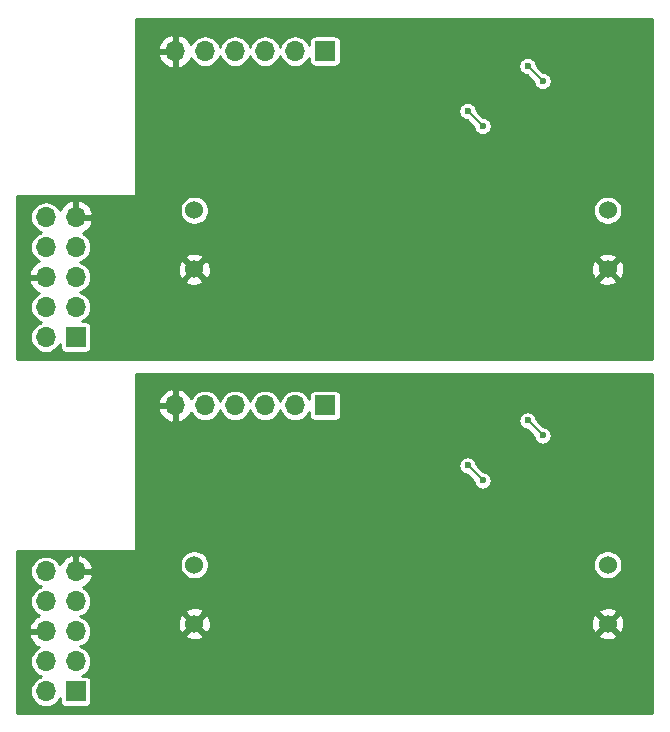
<source format=gbl>
G04 #@! TF.GenerationSoftware,KiCad,Pcbnew,(5.1.4-0)*
G04 #@! TF.CreationDate,2019-09-26T23:54:48+09:00*
G04 #@! TF.ProjectId,PiRoombaBoard_ALL,5069526f-6f6d-4626-9142-6f6172645f41,1*
G04 #@! TF.SameCoordinates,PX490d2c0PY808e280*
G04 #@! TF.FileFunction,Copper,L2,Bot*
G04 #@! TF.FilePolarity,Positive*
%FSLAX46Y46*%
G04 Gerber Fmt 4.6, Leading zero omitted, Abs format (unit mm)*
G04 Created by KiCad (PCBNEW (5.1.4-0)) date 2019-09-26 23:54:48*
%MOMM*%
%LPD*%
G04 APERTURE LIST*
%ADD10C,1.524000*%
%ADD11O,1.700000X1.700000*%
%ADD12R,1.700000X1.700000*%
%ADD13C,0.600000*%
%ADD14C,0.200000*%
%ADD15C,0.254000*%
G04 APERTURE END LIST*
D10*
X15590000Y43195000D03*
X15590000Y38195000D03*
X50590000Y43195000D03*
X50590000Y38195000D03*
D11*
X3015000Y42620000D03*
X5555000Y42620000D03*
X3015000Y40080000D03*
X5555000Y40080000D03*
X3015000Y37540000D03*
X5555000Y37540000D03*
X3015000Y35000000D03*
X5555000Y35000000D03*
X3015000Y32460000D03*
D12*
X5555000Y32460000D03*
D11*
X13970000Y56670000D03*
X16510000Y56670000D03*
X19050000Y56670000D03*
X21590000Y56670000D03*
X24130000Y56670000D03*
D12*
X26670000Y56670000D03*
X5555000Y2460000D03*
D11*
X3015000Y2460000D03*
X5555000Y5000000D03*
X3015000Y5000000D03*
X5555000Y7540000D03*
X3015000Y7540000D03*
X5555000Y10080000D03*
X3015000Y10080000D03*
X5555000Y12620000D03*
X3015000Y12620000D03*
D10*
X50590000Y8195000D03*
X50590000Y13195000D03*
X15590000Y8195000D03*
X15590000Y13195000D03*
D12*
X26670000Y26670000D03*
D11*
X24130000Y26670000D03*
X21590000Y26670000D03*
X19050000Y26670000D03*
X16510000Y26670000D03*
X13970000Y26670000D03*
D13*
X40005000Y20320000D03*
X38735000Y21590000D03*
X40005000Y50320000D03*
X38735000Y51590000D03*
X45085000Y24130000D03*
X43815000Y25400000D03*
X45085000Y54130000D03*
X43815000Y55400000D03*
D14*
X40005000Y20320000D02*
X38735000Y21590000D01*
X40005000Y50320000D02*
X38735000Y51590000D01*
X45085000Y24130000D02*
X43815000Y25400000D01*
X45085000Y54130000D02*
X43815000Y55400000D01*
D15*
G36*
X54373000Y627000D02*
G01*
X627000Y627000D01*
X627000Y7896890D01*
X1573524Y7896890D01*
X1694845Y7667000D01*
X2888000Y7667000D01*
X2888000Y7687000D01*
X3142000Y7687000D01*
X3142000Y7667000D01*
X3162000Y7667000D01*
X3162000Y7413000D01*
X3142000Y7413000D01*
X3142000Y7393000D01*
X2888000Y7393000D01*
X2888000Y7413000D01*
X1694845Y7413000D01*
X1573524Y7183110D01*
X1618175Y7035901D01*
X1743359Y6773080D01*
X1917412Y6539731D01*
X2133645Y6344822D01*
X2383748Y6195843D01*
X2415895Y6184440D01*
X2274192Y6108698D01*
X2072130Y5942870D01*
X1906302Y5740808D01*
X1783081Y5510278D01*
X1707201Y5260137D01*
X1681580Y5000000D01*
X1707201Y4739863D01*
X1783081Y4489722D01*
X1906302Y4259192D01*
X2072130Y4057130D01*
X2274192Y3891302D01*
X2504722Y3768081D01*
X2630257Y3730000D01*
X2504722Y3691919D01*
X2274192Y3568698D01*
X2072130Y3402870D01*
X1906302Y3200808D01*
X1783081Y2970278D01*
X1707201Y2720137D01*
X1681580Y2460000D01*
X1707201Y2199863D01*
X1783081Y1949722D01*
X1906302Y1719192D01*
X2072130Y1517130D01*
X2274192Y1351302D01*
X2504722Y1228081D01*
X2754863Y1152201D01*
X2949816Y1133000D01*
X3080184Y1133000D01*
X3275137Y1152201D01*
X3525278Y1228081D01*
X3755808Y1351302D01*
X3957870Y1517130D01*
X4123698Y1719192D01*
X4225693Y1910011D01*
X4225693Y1610000D01*
X4234903Y1516492D01*
X4262178Y1426577D01*
X4306471Y1343711D01*
X4366079Y1271079D01*
X4438711Y1211471D01*
X4521577Y1167178D01*
X4611492Y1139903D01*
X4705000Y1130693D01*
X6405000Y1130693D01*
X6498508Y1139903D01*
X6588423Y1167178D01*
X6671289Y1211471D01*
X6743921Y1271079D01*
X6803529Y1343711D01*
X6847822Y1426577D01*
X6875097Y1516492D01*
X6884307Y1610000D01*
X6884307Y3310000D01*
X6875097Y3403508D01*
X6847822Y3493423D01*
X6803529Y3576289D01*
X6743921Y3648921D01*
X6671289Y3708529D01*
X6588423Y3752822D01*
X6498508Y3780097D01*
X6405000Y3789307D01*
X6104989Y3789307D01*
X6295808Y3891302D01*
X6497870Y4057130D01*
X6663698Y4259192D01*
X6786919Y4489722D01*
X6862799Y4739863D01*
X6888420Y5000000D01*
X6862799Y5260137D01*
X6786919Y5510278D01*
X6663698Y5740808D01*
X6497870Y5942870D01*
X6295808Y6108698D01*
X6065278Y6231919D01*
X5939743Y6270000D01*
X6065278Y6308081D01*
X6295808Y6431302D01*
X6497870Y6597130D01*
X6663698Y6799192D01*
X6786919Y7029722D01*
X6847501Y7229435D01*
X14804040Y7229435D01*
X14871020Y6989344D01*
X15120048Y6872244D01*
X15387135Y6805977D01*
X15662017Y6793090D01*
X15934133Y6834078D01*
X16193023Y6927364D01*
X16308980Y6989344D01*
X16375960Y7229435D01*
X49804040Y7229435D01*
X49871020Y6989344D01*
X50120048Y6872244D01*
X50387135Y6805977D01*
X50662017Y6793090D01*
X50934133Y6834078D01*
X51193023Y6927364D01*
X51308980Y6989344D01*
X51375960Y7229435D01*
X50590000Y8015395D01*
X49804040Y7229435D01*
X16375960Y7229435D01*
X15590000Y8015395D01*
X14804040Y7229435D01*
X6847501Y7229435D01*
X6862799Y7279863D01*
X6888420Y7540000D01*
X6862799Y7800137D01*
X6786919Y8050278D01*
X6748058Y8122983D01*
X14188090Y8122983D01*
X14229078Y7850867D01*
X14322364Y7591977D01*
X14384344Y7476020D01*
X14624435Y7409040D01*
X15410395Y8195000D01*
X15769605Y8195000D01*
X16555565Y7409040D01*
X16795656Y7476020D01*
X16912756Y7725048D01*
X16979023Y7992135D01*
X16985157Y8122983D01*
X49188090Y8122983D01*
X49229078Y7850867D01*
X49322364Y7591977D01*
X49384344Y7476020D01*
X49624435Y7409040D01*
X50410395Y8195000D01*
X50769605Y8195000D01*
X51555565Y7409040D01*
X51795656Y7476020D01*
X51912756Y7725048D01*
X51979023Y7992135D01*
X51991910Y8267017D01*
X51950922Y8539133D01*
X51857636Y8798023D01*
X51795656Y8913980D01*
X51555565Y8980960D01*
X50769605Y8195000D01*
X50410395Y8195000D01*
X49624435Y8980960D01*
X49384344Y8913980D01*
X49267244Y8664952D01*
X49200977Y8397865D01*
X49188090Y8122983D01*
X16985157Y8122983D01*
X16991910Y8267017D01*
X16950922Y8539133D01*
X16857636Y8798023D01*
X16795656Y8913980D01*
X16555565Y8980960D01*
X15769605Y8195000D01*
X15410395Y8195000D01*
X14624435Y8980960D01*
X14384344Y8913980D01*
X14267244Y8664952D01*
X14200977Y8397865D01*
X14188090Y8122983D01*
X6748058Y8122983D01*
X6663698Y8280808D01*
X6497870Y8482870D01*
X6295808Y8648698D01*
X6065278Y8771919D01*
X5939743Y8810000D01*
X6065278Y8848081D01*
X6295808Y8971302D01*
X6497870Y9137130D01*
X6517102Y9160565D01*
X14804040Y9160565D01*
X15590000Y8374605D01*
X16375960Y9160565D01*
X49804040Y9160565D01*
X50590000Y8374605D01*
X51375960Y9160565D01*
X51308980Y9400656D01*
X51059952Y9517756D01*
X50792865Y9584023D01*
X50517983Y9596910D01*
X50245867Y9555922D01*
X49986977Y9462636D01*
X49871020Y9400656D01*
X49804040Y9160565D01*
X16375960Y9160565D01*
X16308980Y9400656D01*
X16059952Y9517756D01*
X15792865Y9584023D01*
X15517983Y9596910D01*
X15245867Y9555922D01*
X14986977Y9462636D01*
X14871020Y9400656D01*
X14804040Y9160565D01*
X6517102Y9160565D01*
X6663698Y9339192D01*
X6786919Y9569722D01*
X6862799Y9819863D01*
X6888420Y10080000D01*
X6862799Y10340137D01*
X6786919Y10590278D01*
X6663698Y10820808D01*
X6497870Y11022870D01*
X6295808Y11188698D01*
X6154105Y11264440D01*
X6186252Y11275843D01*
X6436355Y11424822D01*
X6652588Y11619731D01*
X6826641Y11853080D01*
X6951825Y12115901D01*
X6996476Y12263110D01*
X6875155Y12493000D01*
X5682000Y12493000D01*
X5682000Y12473000D01*
X5428000Y12473000D01*
X5428000Y12493000D01*
X5408000Y12493000D01*
X5408000Y12747000D01*
X5428000Y12747000D01*
X5428000Y13940814D01*
X5682000Y13940814D01*
X5682000Y12747000D01*
X6875155Y12747000D01*
X6996476Y12976890D01*
X6951825Y13124099D01*
X6859930Y13317031D01*
X14351000Y13317031D01*
X14351000Y13072969D01*
X14398614Y12833597D01*
X14492012Y12608113D01*
X14627606Y12405184D01*
X14800184Y12232606D01*
X15003113Y12097012D01*
X15228597Y12003614D01*
X15467969Y11956000D01*
X15712031Y11956000D01*
X15951403Y12003614D01*
X16176887Y12097012D01*
X16379816Y12232606D01*
X16552394Y12405184D01*
X16687988Y12608113D01*
X16781386Y12833597D01*
X16829000Y13072969D01*
X16829000Y13317031D01*
X49351000Y13317031D01*
X49351000Y13072969D01*
X49398614Y12833597D01*
X49492012Y12608113D01*
X49627606Y12405184D01*
X49800184Y12232606D01*
X50003113Y12097012D01*
X50228597Y12003614D01*
X50467969Y11956000D01*
X50712031Y11956000D01*
X50951403Y12003614D01*
X51176887Y12097012D01*
X51379816Y12232606D01*
X51552394Y12405184D01*
X51687988Y12608113D01*
X51781386Y12833597D01*
X51829000Y13072969D01*
X51829000Y13317031D01*
X51781386Y13556403D01*
X51687988Y13781887D01*
X51552394Y13984816D01*
X51379816Y14157394D01*
X51176887Y14292988D01*
X50951403Y14386386D01*
X50712031Y14434000D01*
X50467969Y14434000D01*
X50228597Y14386386D01*
X50003113Y14292988D01*
X49800184Y14157394D01*
X49627606Y13984816D01*
X49492012Y13781887D01*
X49398614Y13556403D01*
X49351000Y13317031D01*
X16829000Y13317031D01*
X16781386Y13556403D01*
X16687988Y13781887D01*
X16552394Y13984816D01*
X16379816Y14157394D01*
X16176887Y14292988D01*
X15951403Y14386386D01*
X15712031Y14434000D01*
X15467969Y14434000D01*
X15228597Y14386386D01*
X15003113Y14292988D01*
X14800184Y14157394D01*
X14627606Y13984816D01*
X14492012Y13781887D01*
X14398614Y13556403D01*
X14351000Y13317031D01*
X6859930Y13317031D01*
X6826641Y13386920D01*
X6652588Y13620269D01*
X6436355Y13815178D01*
X6186252Y13964157D01*
X5911891Y14061481D01*
X5682000Y13940814D01*
X5428000Y13940814D01*
X5198109Y14061481D01*
X4923748Y13964157D01*
X4673645Y13815178D01*
X4457412Y13620269D01*
X4283359Y13386920D01*
X4201548Y13215160D01*
X4123698Y13360808D01*
X3957870Y13562870D01*
X3755808Y13728698D01*
X3525278Y13851919D01*
X3275137Y13927799D01*
X3080184Y13947000D01*
X2949816Y13947000D01*
X2754863Y13927799D01*
X2504722Y13851919D01*
X2274192Y13728698D01*
X2072130Y13562870D01*
X1906302Y13360808D01*
X1783081Y13130278D01*
X1707201Y12880137D01*
X1681580Y12620000D01*
X1707201Y12359863D01*
X1783081Y12109722D01*
X1906302Y11879192D01*
X2072130Y11677130D01*
X2274192Y11511302D01*
X2504722Y11388081D01*
X2630257Y11350000D01*
X2504722Y11311919D01*
X2274192Y11188698D01*
X2072130Y11022870D01*
X1906302Y10820808D01*
X1783081Y10590278D01*
X1707201Y10340137D01*
X1681580Y10080000D01*
X1707201Y9819863D01*
X1783081Y9569722D01*
X1906302Y9339192D01*
X2072130Y9137130D01*
X2274192Y8971302D01*
X2415895Y8895560D01*
X2383748Y8884157D01*
X2133645Y8735178D01*
X1917412Y8540269D01*
X1743359Y8306920D01*
X1618175Y8044099D01*
X1573524Y7896890D01*
X627000Y7896890D01*
X627000Y14373000D01*
X10500000Y14373000D01*
X10524776Y14375440D01*
X10548601Y14382667D01*
X10570557Y14394403D01*
X10589803Y14410197D01*
X10605597Y14429443D01*
X10617333Y14451399D01*
X10624560Y14475224D01*
X10627000Y14500000D01*
X10627000Y21666528D01*
X37958000Y21666528D01*
X37958000Y21513472D01*
X37987859Y21363357D01*
X38046431Y21221952D01*
X38131464Y21094691D01*
X38239691Y20986464D01*
X38366952Y20901431D01*
X38508357Y20842859D01*
X38658472Y20813000D01*
X38695999Y20813000D01*
X39228000Y20280998D01*
X39228000Y20243472D01*
X39257859Y20093357D01*
X39316431Y19951952D01*
X39401464Y19824691D01*
X39509691Y19716464D01*
X39636952Y19631431D01*
X39778357Y19572859D01*
X39928472Y19543000D01*
X40081528Y19543000D01*
X40231643Y19572859D01*
X40373048Y19631431D01*
X40500309Y19716464D01*
X40608536Y19824691D01*
X40693569Y19951952D01*
X40752141Y20093357D01*
X40782000Y20243472D01*
X40782000Y20396528D01*
X40752141Y20546643D01*
X40693569Y20688048D01*
X40608536Y20815309D01*
X40500309Y20923536D01*
X40373048Y21008569D01*
X40231643Y21067141D01*
X40081528Y21097000D01*
X40044002Y21097000D01*
X39512000Y21629001D01*
X39512000Y21666528D01*
X39482141Y21816643D01*
X39423569Y21958048D01*
X39338536Y22085309D01*
X39230309Y22193536D01*
X39103048Y22278569D01*
X38961643Y22337141D01*
X38811528Y22367000D01*
X38658472Y22367000D01*
X38508357Y22337141D01*
X38366952Y22278569D01*
X38239691Y22193536D01*
X38131464Y22085309D01*
X38046431Y21958048D01*
X37987859Y21816643D01*
X37958000Y21666528D01*
X10627000Y21666528D01*
X10627000Y26313109D01*
X12528519Y26313109D01*
X12625843Y26038748D01*
X12774822Y25788645D01*
X12969731Y25572412D01*
X13203080Y25398359D01*
X13465901Y25273175D01*
X13613110Y25228524D01*
X13843000Y25349845D01*
X13843000Y26543000D01*
X12649186Y26543000D01*
X12528519Y26313109D01*
X10627000Y26313109D01*
X10627000Y27026891D01*
X12528519Y27026891D01*
X12649186Y26797000D01*
X13843000Y26797000D01*
X13843000Y27990155D01*
X14097000Y27990155D01*
X14097000Y26797000D01*
X14117000Y26797000D01*
X14117000Y26543000D01*
X14097000Y26543000D01*
X14097000Y25349845D01*
X14326890Y25228524D01*
X14474099Y25273175D01*
X14736920Y25398359D01*
X14970269Y25572412D01*
X15165178Y25788645D01*
X15314157Y26038748D01*
X15325560Y26070895D01*
X15401302Y25929192D01*
X15567130Y25727130D01*
X15769192Y25561302D01*
X15999722Y25438081D01*
X16249863Y25362201D01*
X16444816Y25343000D01*
X16575184Y25343000D01*
X16770137Y25362201D01*
X17020278Y25438081D01*
X17250808Y25561302D01*
X17452870Y25727130D01*
X17618698Y25929192D01*
X17741919Y26159722D01*
X17780000Y26285257D01*
X17818081Y26159722D01*
X17941302Y25929192D01*
X18107130Y25727130D01*
X18309192Y25561302D01*
X18539722Y25438081D01*
X18789863Y25362201D01*
X18984816Y25343000D01*
X19115184Y25343000D01*
X19310137Y25362201D01*
X19560278Y25438081D01*
X19790808Y25561302D01*
X19992870Y25727130D01*
X20158698Y25929192D01*
X20281919Y26159722D01*
X20320000Y26285257D01*
X20358081Y26159722D01*
X20481302Y25929192D01*
X20647130Y25727130D01*
X20849192Y25561302D01*
X21079722Y25438081D01*
X21329863Y25362201D01*
X21524816Y25343000D01*
X21655184Y25343000D01*
X21850137Y25362201D01*
X22100278Y25438081D01*
X22330808Y25561302D01*
X22532870Y25727130D01*
X22698698Y25929192D01*
X22821919Y26159722D01*
X22860000Y26285257D01*
X22898081Y26159722D01*
X23021302Y25929192D01*
X23187130Y25727130D01*
X23389192Y25561302D01*
X23619722Y25438081D01*
X23869863Y25362201D01*
X24064816Y25343000D01*
X24195184Y25343000D01*
X24390137Y25362201D01*
X24640278Y25438081D01*
X24870808Y25561302D01*
X25072870Y25727130D01*
X25238698Y25929192D01*
X25340693Y26120011D01*
X25340693Y25820000D01*
X25349903Y25726492D01*
X25377178Y25636577D01*
X25421471Y25553711D01*
X25481079Y25481079D01*
X25553711Y25421471D01*
X25636577Y25377178D01*
X25726492Y25349903D01*
X25820000Y25340693D01*
X27520000Y25340693D01*
X27613508Y25349903D01*
X27703423Y25377178D01*
X27786289Y25421471D01*
X27853375Y25476528D01*
X43038000Y25476528D01*
X43038000Y25323472D01*
X43067859Y25173357D01*
X43126431Y25031952D01*
X43211464Y24904691D01*
X43319691Y24796464D01*
X43446952Y24711431D01*
X43588357Y24652859D01*
X43738472Y24623000D01*
X43775999Y24623000D01*
X44308000Y24090998D01*
X44308000Y24053472D01*
X44337859Y23903357D01*
X44396431Y23761952D01*
X44481464Y23634691D01*
X44589691Y23526464D01*
X44716952Y23441431D01*
X44858357Y23382859D01*
X45008472Y23353000D01*
X45161528Y23353000D01*
X45311643Y23382859D01*
X45453048Y23441431D01*
X45580309Y23526464D01*
X45688536Y23634691D01*
X45773569Y23761952D01*
X45832141Y23903357D01*
X45862000Y24053472D01*
X45862000Y24206528D01*
X45832141Y24356643D01*
X45773569Y24498048D01*
X45688536Y24625309D01*
X45580309Y24733536D01*
X45453048Y24818569D01*
X45311643Y24877141D01*
X45161528Y24907000D01*
X45124002Y24907000D01*
X44592000Y25439001D01*
X44592000Y25476528D01*
X44562141Y25626643D01*
X44503569Y25768048D01*
X44418536Y25895309D01*
X44310309Y26003536D01*
X44183048Y26088569D01*
X44041643Y26147141D01*
X43891528Y26177000D01*
X43738472Y26177000D01*
X43588357Y26147141D01*
X43446952Y26088569D01*
X43319691Y26003536D01*
X43211464Y25895309D01*
X43126431Y25768048D01*
X43067859Y25626643D01*
X43038000Y25476528D01*
X27853375Y25476528D01*
X27858921Y25481079D01*
X27918529Y25553711D01*
X27962822Y25636577D01*
X27990097Y25726492D01*
X27999307Y25820000D01*
X27999307Y27520000D01*
X27990097Y27613508D01*
X27962822Y27703423D01*
X27918529Y27786289D01*
X27858921Y27858921D01*
X27786289Y27918529D01*
X27703423Y27962822D01*
X27613508Y27990097D01*
X27520000Y27999307D01*
X25820000Y27999307D01*
X25726492Y27990097D01*
X25636577Y27962822D01*
X25553711Y27918529D01*
X25481079Y27858921D01*
X25421471Y27786289D01*
X25377178Y27703423D01*
X25349903Y27613508D01*
X25340693Y27520000D01*
X25340693Y27219989D01*
X25238698Y27410808D01*
X25072870Y27612870D01*
X24870808Y27778698D01*
X24640278Y27901919D01*
X24390137Y27977799D01*
X24195184Y27997000D01*
X24064816Y27997000D01*
X23869863Y27977799D01*
X23619722Y27901919D01*
X23389192Y27778698D01*
X23187130Y27612870D01*
X23021302Y27410808D01*
X22898081Y27180278D01*
X22860000Y27054743D01*
X22821919Y27180278D01*
X22698698Y27410808D01*
X22532870Y27612870D01*
X22330808Y27778698D01*
X22100278Y27901919D01*
X21850137Y27977799D01*
X21655184Y27997000D01*
X21524816Y27997000D01*
X21329863Y27977799D01*
X21079722Y27901919D01*
X20849192Y27778698D01*
X20647130Y27612870D01*
X20481302Y27410808D01*
X20358081Y27180278D01*
X20320000Y27054743D01*
X20281919Y27180278D01*
X20158698Y27410808D01*
X19992870Y27612870D01*
X19790808Y27778698D01*
X19560278Y27901919D01*
X19310137Y27977799D01*
X19115184Y27997000D01*
X18984816Y27997000D01*
X18789863Y27977799D01*
X18539722Y27901919D01*
X18309192Y27778698D01*
X18107130Y27612870D01*
X17941302Y27410808D01*
X17818081Y27180278D01*
X17780000Y27054743D01*
X17741919Y27180278D01*
X17618698Y27410808D01*
X17452870Y27612870D01*
X17250808Y27778698D01*
X17020278Y27901919D01*
X16770137Y27977799D01*
X16575184Y27997000D01*
X16444816Y27997000D01*
X16249863Y27977799D01*
X15999722Y27901919D01*
X15769192Y27778698D01*
X15567130Y27612870D01*
X15401302Y27410808D01*
X15325560Y27269105D01*
X15314157Y27301252D01*
X15165178Y27551355D01*
X14970269Y27767588D01*
X14736920Y27941641D01*
X14474099Y28066825D01*
X14326890Y28111476D01*
X14097000Y27990155D01*
X13843000Y27990155D01*
X13613110Y28111476D01*
X13465901Y28066825D01*
X13203080Y27941641D01*
X12969731Y27767588D01*
X12774822Y27551355D01*
X12625843Y27301252D01*
X12528519Y27026891D01*
X10627000Y27026891D01*
X10627000Y29373000D01*
X54373000Y29373000D01*
X54373000Y627000D01*
X54373000Y627000D01*
G37*
X54373000Y627000D02*
X627000Y627000D01*
X627000Y7896890D01*
X1573524Y7896890D01*
X1694845Y7667000D01*
X2888000Y7667000D01*
X2888000Y7687000D01*
X3142000Y7687000D01*
X3142000Y7667000D01*
X3162000Y7667000D01*
X3162000Y7413000D01*
X3142000Y7413000D01*
X3142000Y7393000D01*
X2888000Y7393000D01*
X2888000Y7413000D01*
X1694845Y7413000D01*
X1573524Y7183110D01*
X1618175Y7035901D01*
X1743359Y6773080D01*
X1917412Y6539731D01*
X2133645Y6344822D01*
X2383748Y6195843D01*
X2415895Y6184440D01*
X2274192Y6108698D01*
X2072130Y5942870D01*
X1906302Y5740808D01*
X1783081Y5510278D01*
X1707201Y5260137D01*
X1681580Y5000000D01*
X1707201Y4739863D01*
X1783081Y4489722D01*
X1906302Y4259192D01*
X2072130Y4057130D01*
X2274192Y3891302D01*
X2504722Y3768081D01*
X2630257Y3730000D01*
X2504722Y3691919D01*
X2274192Y3568698D01*
X2072130Y3402870D01*
X1906302Y3200808D01*
X1783081Y2970278D01*
X1707201Y2720137D01*
X1681580Y2460000D01*
X1707201Y2199863D01*
X1783081Y1949722D01*
X1906302Y1719192D01*
X2072130Y1517130D01*
X2274192Y1351302D01*
X2504722Y1228081D01*
X2754863Y1152201D01*
X2949816Y1133000D01*
X3080184Y1133000D01*
X3275137Y1152201D01*
X3525278Y1228081D01*
X3755808Y1351302D01*
X3957870Y1517130D01*
X4123698Y1719192D01*
X4225693Y1910011D01*
X4225693Y1610000D01*
X4234903Y1516492D01*
X4262178Y1426577D01*
X4306471Y1343711D01*
X4366079Y1271079D01*
X4438711Y1211471D01*
X4521577Y1167178D01*
X4611492Y1139903D01*
X4705000Y1130693D01*
X6405000Y1130693D01*
X6498508Y1139903D01*
X6588423Y1167178D01*
X6671289Y1211471D01*
X6743921Y1271079D01*
X6803529Y1343711D01*
X6847822Y1426577D01*
X6875097Y1516492D01*
X6884307Y1610000D01*
X6884307Y3310000D01*
X6875097Y3403508D01*
X6847822Y3493423D01*
X6803529Y3576289D01*
X6743921Y3648921D01*
X6671289Y3708529D01*
X6588423Y3752822D01*
X6498508Y3780097D01*
X6405000Y3789307D01*
X6104989Y3789307D01*
X6295808Y3891302D01*
X6497870Y4057130D01*
X6663698Y4259192D01*
X6786919Y4489722D01*
X6862799Y4739863D01*
X6888420Y5000000D01*
X6862799Y5260137D01*
X6786919Y5510278D01*
X6663698Y5740808D01*
X6497870Y5942870D01*
X6295808Y6108698D01*
X6065278Y6231919D01*
X5939743Y6270000D01*
X6065278Y6308081D01*
X6295808Y6431302D01*
X6497870Y6597130D01*
X6663698Y6799192D01*
X6786919Y7029722D01*
X6847501Y7229435D01*
X14804040Y7229435D01*
X14871020Y6989344D01*
X15120048Y6872244D01*
X15387135Y6805977D01*
X15662017Y6793090D01*
X15934133Y6834078D01*
X16193023Y6927364D01*
X16308980Y6989344D01*
X16375960Y7229435D01*
X49804040Y7229435D01*
X49871020Y6989344D01*
X50120048Y6872244D01*
X50387135Y6805977D01*
X50662017Y6793090D01*
X50934133Y6834078D01*
X51193023Y6927364D01*
X51308980Y6989344D01*
X51375960Y7229435D01*
X50590000Y8015395D01*
X49804040Y7229435D01*
X16375960Y7229435D01*
X15590000Y8015395D01*
X14804040Y7229435D01*
X6847501Y7229435D01*
X6862799Y7279863D01*
X6888420Y7540000D01*
X6862799Y7800137D01*
X6786919Y8050278D01*
X6748058Y8122983D01*
X14188090Y8122983D01*
X14229078Y7850867D01*
X14322364Y7591977D01*
X14384344Y7476020D01*
X14624435Y7409040D01*
X15410395Y8195000D01*
X15769605Y8195000D01*
X16555565Y7409040D01*
X16795656Y7476020D01*
X16912756Y7725048D01*
X16979023Y7992135D01*
X16985157Y8122983D01*
X49188090Y8122983D01*
X49229078Y7850867D01*
X49322364Y7591977D01*
X49384344Y7476020D01*
X49624435Y7409040D01*
X50410395Y8195000D01*
X50769605Y8195000D01*
X51555565Y7409040D01*
X51795656Y7476020D01*
X51912756Y7725048D01*
X51979023Y7992135D01*
X51991910Y8267017D01*
X51950922Y8539133D01*
X51857636Y8798023D01*
X51795656Y8913980D01*
X51555565Y8980960D01*
X50769605Y8195000D01*
X50410395Y8195000D01*
X49624435Y8980960D01*
X49384344Y8913980D01*
X49267244Y8664952D01*
X49200977Y8397865D01*
X49188090Y8122983D01*
X16985157Y8122983D01*
X16991910Y8267017D01*
X16950922Y8539133D01*
X16857636Y8798023D01*
X16795656Y8913980D01*
X16555565Y8980960D01*
X15769605Y8195000D01*
X15410395Y8195000D01*
X14624435Y8980960D01*
X14384344Y8913980D01*
X14267244Y8664952D01*
X14200977Y8397865D01*
X14188090Y8122983D01*
X6748058Y8122983D01*
X6663698Y8280808D01*
X6497870Y8482870D01*
X6295808Y8648698D01*
X6065278Y8771919D01*
X5939743Y8810000D01*
X6065278Y8848081D01*
X6295808Y8971302D01*
X6497870Y9137130D01*
X6517102Y9160565D01*
X14804040Y9160565D01*
X15590000Y8374605D01*
X16375960Y9160565D01*
X49804040Y9160565D01*
X50590000Y8374605D01*
X51375960Y9160565D01*
X51308980Y9400656D01*
X51059952Y9517756D01*
X50792865Y9584023D01*
X50517983Y9596910D01*
X50245867Y9555922D01*
X49986977Y9462636D01*
X49871020Y9400656D01*
X49804040Y9160565D01*
X16375960Y9160565D01*
X16308980Y9400656D01*
X16059952Y9517756D01*
X15792865Y9584023D01*
X15517983Y9596910D01*
X15245867Y9555922D01*
X14986977Y9462636D01*
X14871020Y9400656D01*
X14804040Y9160565D01*
X6517102Y9160565D01*
X6663698Y9339192D01*
X6786919Y9569722D01*
X6862799Y9819863D01*
X6888420Y10080000D01*
X6862799Y10340137D01*
X6786919Y10590278D01*
X6663698Y10820808D01*
X6497870Y11022870D01*
X6295808Y11188698D01*
X6154105Y11264440D01*
X6186252Y11275843D01*
X6436355Y11424822D01*
X6652588Y11619731D01*
X6826641Y11853080D01*
X6951825Y12115901D01*
X6996476Y12263110D01*
X6875155Y12493000D01*
X5682000Y12493000D01*
X5682000Y12473000D01*
X5428000Y12473000D01*
X5428000Y12493000D01*
X5408000Y12493000D01*
X5408000Y12747000D01*
X5428000Y12747000D01*
X5428000Y13940814D01*
X5682000Y13940814D01*
X5682000Y12747000D01*
X6875155Y12747000D01*
X6996476Y12976890D01*
X6951825Y13124099D01*
X6859930Y13317031D01*
X14351000Y13317031D01*
X14351000Y13072969D01*
X14398614Y12833597D01*
X14492012Y12608113D01*
X14627606Y12405184D01*
X14800184Y12232606D01*
X15003113Y12097012D01*
X15228597Y12003614D01*
X15467969Y11956000D01*
X15712031Y11956000D01*
X15951403Y12003614D01*
X16176887Y12097012D01*
X16379816Y12232606D01*
X16552394Y12405184D01*
X16687988Y12608113D01*
X16781386Y12833597D01*
X16829000Y13072969D01*
X16829000Y13317031D01*
X49351000Y13317031D01*
X49351000Y13072969D01*
X49398614Y12833597D01*
X49492012Y12608113D01*
X49627606Y12405184D01*
X49800184Y12232606D01*
X50003113Y12097012D01*
X50228597Y12003614D01*
X50467969Y11956000D01*
X50712031Y11956000D01*
X50951403Y12003614D01*
X51176887Y12097012D01*
X51379816Y12232606D01*
X51552394Y12405184D01*
X51687988Y12608113D01*
X51781386Y12833597D01*
X51829000Y13072969D01*
X51829000Y13317031D01*
X51781386Y13556403D01*
X51687988Y13781887D01*
X51552394Y13984816D01*
X51379816Y14157394D01*
X51176887Y14292988D01*
X50951403Y14386386D01*
X50712031Y14434000D01*
X50467969Y14434000D01*
X50228597Y14386386D01*
X50003113Y14292988D01*
X49800184Y14157394D01*
X49627606Y13984816D01*
X49492012Y13781887D01*
X49398614Y13556403D01*
X49351000Y13317031D01*
X16829000Y13317031D01*
X16781386Y13556403D01*
X16687988Y13781887D01*
X16552394Y13984816D01*
X16379816Y14157394D01*
X16176887Y14292988D01*
X15951403Y14386386D01*
X15712031Y14434000D01*
X15467969Y14434000D01*
X15228597Y14386386D01*
X15003113Y14292988D01*
X14800184Y14157394D01*
X14627606Y13984816D01*
X14492012Y13781887D01*
X14398614Y13556403D01*
X14351000Y13317031D01*
X6859930Y13317031D01*
X6826641Y13386920D01*
X6652588Y13620269D01*
X6436355Y13815178D01*
X6186252Y13964157D01*
X5911891Y14061481D01*
X5682000Y13940814D01*
X5428000Y13940814D01*
X5198109Y14061481D01*
X4923748Y13964157D01*
X4673645Y13815178D01*
X4457412Y13620269D01*
X4283359Y13386920D01*
X4201548Y13215160D01*
X4123698Y13360808D01*
X3957870Y13562870D01*
X3755808Y13728698D01*
X3525278Y13851919D01*
X3275137Y13927799D01*
X3080184Y13947000D01*
X2949816Y13947000D01*
X2754863Y13927799D01*
X2504722Y13851919D01*
X2274192Y13728698D01*
X2072130Y13562870D01*
X1906302Y13360808D01*
X1783081Y13130278D01*
X1707201Y12880137D01*
X1681580Y12620000D01*
X1707201Y12359863D01*
X1783081Y12109722D01*
X1906302Y11879192D01*
X2072130Y11677130D01*
X2274192Y11511302D01*
X2504722Y11388081D01*
X2630257Y11350000D01*
X2504722Y11311919D01*
X2274192Y11188698D01*
X2072130Y11022870D01*
X1906302Y10820808D01*
X1783081Y10590278D01*
X1707201Y10340137D01*
X1681580Y10080000D01*
X1707201Y9819863D01*
X1783081Y9569722D01*
X1906302Y9339192D01*
X2072130Y9137130D01*
X2274192Y8971302D01*
X2415895Y8895560D01*
X2383748Y8884157D01*
X2133645Y8735178D01*
X1917412Y8540269D01*
X1743359Y8306920D01*
X1618175Y8044099D01*
X1573524Y7896890D01*
X627000Y7896890D01*
X627000Y14373000D01*
X10500000Y14373000D01*
X10524776Y14375440D01*
X10548601Y14382667D01*
X10570557Y14394403D01*
X10589803Y14410197D01*
X10605597Y14429443D01*
X10617333Y14451399D01*
X10624560Y14475224D01*
X10627000Y14500000D01*
X10627000Y21666528D01*
X37958000Y21666528D01*
X37958000Y21513472D01*
X37987859Y21363357D01*
X38046431Y21221952D01*
X38131464Y21094691D01*
X38239691Y20986464D01*
X38366952Y20901431D01*
X38508357Y20842859D01*
X38658472Y20813000D01*
X38695999Y20813000D01*
X39228000Y20280998D01*
X39228000Y20243472D01*
X39257859Y20093357D01*
X39316431Y19951952D01*
X39401464Y19824691D01*
X39509691Y19716464D01*
X39636952Y19631431D01*
X39778357Y19572859D01*
X39928472Y19543000D01*
X40081528Y19543000D01*
X40231643Y19572859D01*
X40373048Y19631431D01*
X40500309Y19716464D01*
X40608536Y19824691D01*
X40693569Y19951952D01*
X40752141Y20093357D01*
X40782000Y20243472D01*
X40782000Y20396528D01*
X40752141Y20546643D01*
X40693569Y20688048D01*
X40608536Y20815309D01*
X40500309Y20923536D01*
X40373048Y21008569D01*
X40231643Y21067141D01*
X40081528Y21097000D01*
X40044002Y21097000D01*
X39512000Y21629001D01*
X39512000Y21666528D01*
X39482141Y21816643D01*
X39423569Y21958048D01*
X39338536Y22085309D01*
X39230309Y22193536D01*
X39103048Y22278569D01*
X38961643Y22337141D01*
X38811528Y22367000D01*
X38658472Y22367000D01*
X38508357Y22337141D01*
X38366952Y22278569D01*
X38239691Y22193536D01*
X38131464Y22085309D01*
X38046431Y21958048D01*
X37987859Y21816643D01*
X37958000Y21666528D01*
X10627000Y21666528D01*
X10627000Y26313109D01*
X12528519Y26313109D01*
X12625843Y26038748D01*
X12774822Y25788645D01*
X12969731Y25572412D01*
X13203080Y25398359D01*
X13465901Y25273175D01*
X13613110Y25228524D01*
X13843000Y25349845D01*
X13843000Y26543000D01*
X12649186Y26543000D01*
X12528519Y26313109D01*
X10627000Y26313109D01*
X10627000Y27026891D01*
X12528519Y27026891D01*
X12649186Y26797000D01*
X13843000Y26797000D01*
X13843000Y27990155D01*
X14097000Y27990155D01*
X14097000Y26797000D01*
X14117000Y26797000D01*
X14117000Y26543000D01*
X14097000Y26543000D01*
X14097000Y25349845D01*
X14326890Y25228524D01*
X14474099Y25273175D01*
X14736920Y25398359D01*
X14970269Y25572412D01*
X15165178Y25788645D01*
X15314157Y26038748D01*
X15325560Y26070895D01*
X15401302Y25929192D01*
X15567130Y25727130D01*
X15769192Y25561302D01*
X15999722Y25438081D01*
X16249863Y25362201D01*
X16444816Y25343000D01*
X16575184Y25343000D01*
X16770137Y25362201D01*
X17020278Y25438081D01*
X17250808Y25561302D01*
X17452870Y25727130D01*
X17618698Y25929192D01*
X17741919Y26159722D01*
X17780000Y26285257D01*
X17818081Y26159722D01*
X17941302Y25929192D01*
X18107130Y25727130D01*
X18309192Y25561302D01*
X18539722Y25438081D01*
X18789863Y25362201D01*
X18984816Y25343000D01*
X19115184Y25343000D01*
X19310137Y25362201D01*
X19560278Y25438081D01*
X19790808Y25561302D01*
X19992870Y25727130D01*
X20158698Y25929192D01*
X20281919Y26159722D01*
X20320000Y26285257D01*
X20358081Y26159722D01*
X20481302Y25929192D01*
X20647130Y25727130D01*
X20849192Y25561302D01*
X21079722Y25438081D01*
X21329863Y25362201D01*
X21524816Y25343000D01*
X21655184Y25343000D01*
X21850137Y25362201D01*
X22100278Y25438081D01*
X22330808Y25561302D01*
X22532870Y25727130D01*
X22698698Y25929192D01*
X22821919Y26159722D01*
X22860000Y26285257D01*
X22898081Y26159722D01*
X23021302Y25929192D01*
X23187130Y25727130D01*
X23389192Y25561302D01*
X23619722Y25438081D01*
X23869863Y25362201D01*
X24064816Y25343000D01*
X24195184Y25343000D01*
X24390137Y25362201D01*
X24640278Y25438081D01*
X24870808Y25561302D01*
X25072870Y25727130D01*
X25238698Y25929192D01*
X25340693Y26120011D01*
X25340693Y25820000D01*
X25349903Y25726492D01*
X25377178Y25636577D01*
X25421471Y25553711D01*
X25481079Y25481079D01*
X25553711Y25421471D01*
X25636577Y25377178D01*
X25726492Y25349903D01*
X25820000Y25340693D01*
X27520000Y25340693D01*
X27613508Y25349903D01*
X27703423Y25377178D01*
X27786289Y25421471D01*
X27853375Y25476528D01*
X43038000Y25476528D01*
X43038000Y25323472D01*
X43067859Y25173357D01*
X43126431Y25031952D01*
X43211464Y24904691D01*
X43319691Y24796464D01*
X43446952Y24711431D01*
X43588357Y24652859D01*
X43738472Y24623000D01*
X43775999Y24623000D01*
X44308000Y24090998D01*
X44308000Y24053472D01*
X44337859Y23903357D01*
X44396431Y23761952D01*
X44481464Y23634691D01*
X44589691Y23526464D01*
X44716952Y23441431D01*
X44858357Y23382859D01*
X45008472Y23353000D01*
X45161528Y23353000D01*
X45311643Y23382859D01*
X45453048Y23441431D01*
X45580309Y23526464D01*
X45688536Y23634691D01*
X45773569Y23761952D01*
X45832141Y23903357D01*
X45862000Y24053472D01*
X45862000Y24206528D01*
X45832141Y24356643D01*
X45773569Y24498048D01*
X45688536Y24625309D01*
X45580309Y24733536D01*
X45453048Y24818569D01*
X45311643Y24877141D01*
X45161528Y24907000D01*
X45124002Y24907000D01*
X44592000Y25439001D01*
X44592000Y25476528D01*
X44562141Y25626643D01*
X44503569Y25768048D01*
X44418536Y25895309D01*
X44310309Y26003536D01*
X44183048Y26088569D01*
X44041643Y26147141D01*
X43891528Y26177000D01*
X43738472Y26177000D01*
X43588357Y26147141D01*
X43446952Y26088569D01*
X43319691Y26003536D01*
X43211464Y25895309D01*
X43126431Y25768048D01*
X43067859Y25626643D01*
X43038000Y25476528D01*
X27853375Y25476528D01*
X27858921Y25481079D01*
X27918529Y25553711D01*
X27962822Y25636577D01*
X27990097Y25726492D01*
X27999307Y25820000D01*
X27999307Y27520000D01*
X27990097Y27613508D01*
X27962822Y27703423D01*
X27918529Y27786289D01*
X27858921Y27858921D01*
X27786289Y27918529D01*
X27703423Y27962822D01*
X27613508Y27990097D01*
X27520000Y27999307D01*
X25820000Y27999307D01*
X25726492Y27990097D01*
X25636577Y27962822D01*
X25553711Y27918529D01*
X25481079Y27858921D01*
X25421471Y27786289D01*
X25377178Y27703423D01*
X25349903Y27613508D01*
X25340693Y27520000D01*
X25340693Y27219989D01*
X25238698Y27410808D01*
X25072870Y27612870D01*
X24870808Y27778698D01*
X24640278Y27901919D01*
X24390137Y27977799D01*
X24195184Y27997000D01*
X24064816Y27997000D01*
X23869863Y27977799D01*
X23619722Y27901919D01*
X23389192Y27778698D01*
X23187130Y27612870D01*
X23021302Y27410808D01*
X22898081Y27180278D01*
X22860000Y27054743D01*
X22821919Y27180278D01*
X22698698Y27410808D01*
X22532870Y27612870D01*
X22330808Y27778698D01*
X22100278Y27901919D01*
X21850137Y27977799D01*
X21655184Y27997000D01*
X21524816Y27997000D01*
X21329863Y27977799D01*
X21079722Y27901919D01*
X20849192Y27778698D01*
X20647130Y27612870D01*
X20481302Y27410808D01*
X20358081Y27180278D01*
X20320000Y27054743D01*
X20281919Y27180278D01*
X20158698Y27410808D01*
X19992870Y27612870D01*
X19790808Y27778698D01*
X19560278Y27901919D01*
X19310137Y27977799D01*
X19115184Y27997000D01*
X18984816Y27997000D01*
X18789863Y27977799D01*
X18539722Y27901919D01*
X18309192Y27778698D01*
X18107130Y27612870D01*
X17941302Y27410808D01*
X17818081Y27180278D01*
X17780000Y27054743D01*
X17741919Y27180278D01*
X17618698Y27410808D01*
X17452870Y27612870D01*
X17250808Y27778698D01*
X17020278Y27901919D01*
X16770137Y27977799D01*
X16575184Y27997000D01*
X16444816Y27997000D01*
X16249863Y27977799D01*
X15999722Y27901919D01*
X15769192Y27778698D01*
X15567130Y27612870D01*
X15401302Y27410808D01*
X15325560Y27269105D01*
X15314157Y27301252D01*
X15165178Y27551355D01*
X14970269Y27767588D01*
X14736920Y27941641D01*
X14474099Y28066825D01*
X14326890Y28111476D01*
X14097000Y27990155D01*
X13843000Y27990155D01*
X13613110Y28111476D01*
X13465901Y28066825D01*
X13203080Y27941641D01*
X12969731Y27767588D01*
X12774822Y27551355D01*
X12625843Y27301252D01*
X12528519Y27026891D01*
X10627000Y27026891D01*
X10627000Y29373000D01*
X54373000Y29373000D01*
X54373000Y627000D01*
G36*
X54373000Y30627000D02*
G01*
X627000Y30627000D01*
X627000Y37896890D01*
X1573524Y37896890D01*
X1694845Y37667000D01*
X2888000Y37667000D01*
X2888000Y37687000D01*
X3142000Y37687000D01*
X3142000Y37667000D01*
X3162000Y37667000D01*
X3162000Y37413000D01*
X3142000Y37413000D01*
X3142000Y37393000D01*
X2888000Y37393000D01*
X2888000Y37413000D01*
X1694845Y37413000D01*
X1573524Y37183110D01*
X1618175Y37035901D01*
X1743359Y36773080D01*
X1917412Y36539731D01*
X2133645Y36344822D01*
X2383748Y36195843D01*
X2415895Y36184440D01*
X2274192Y36108698D01*
X2072130Y35942870D01*
X1906302Y35740808D01*
X1783081Y35510278D01*
X1707201Y35260137D01*
X1681580Y35000000D01*
X1707201Y34739863D01*
X1783081Y34489722D01*
X1906302Y34259192D01*
X2072130Y34057130D01*
X2274192Y33891302D01*
X2504722Y33768081D01*
X2630257Y33730000D01*
X2504722Y33691919D01*
X2274192Y33568698D01*
X2072130Y33402870D01*
X1906302Y33200808D01*
X1783081Y32970278D01*
X1707201Y32720137D01*
X1681580Y32460000D01*
X1707201Y32199863D01*
X1783081Y31949722D01*
X1906302Y31719192D01*
X2072130Y31517130D01*
X2274192Y31351302D01*
X2504722Y31228081D01*
X2754863Y31152201D01*
X2949816Y31133000D01*
X3080184Y31133000D01*
X3275137Y31152201D01*
X3525278Y31228081D01*
X3755808Y31351302D01*
X3957870Y31517130D01*
X4123698Y31719192D01*
X4225693Y31910011D01*
X4225693Y31610000D01*
X4234903Y31516492D01*
X4262178Y31426577D01*
X4306471Y31343711D01*
X4366079Y31271079D01*
X4438711Y31211471D01*
X4521577Y31167178D01*
X4611492Y31139903D01*
X4705000Y31130693D01*
X6405000Y31130693D01*
X6498508Y31139903D01*
X6588423Y31167178D01*
X6671289Y31211471D01*
X6743921Y31271079D01*
X6803529Y31343711D01*
X6847822Y31426577D01*
X6875097Y31516492D01*
X6884307Y31610000D01*
X6884307Y33310000D01*
X6875097Y33403508D01*
X6847822Y33493423D01*
X6803529Y33576289D01*
X6743921Y33648921D01*
X6671289Y33708529D01*
X6588423Y33752822D01*
X6498508Y33780097D01*
X6405000Y33789307D01*
X6104989Y33789307D01*
X6295808Y33891302D01*
X6497870Y34057130D01*
X6663698Y34259192D01*
X6786919Y34489722D01*
X6862799Y34739863D01*
X6888420Y35000000D01*
X6862799Y35260137D01*
X6786919Y35510278D01*
X6663698Y35740808D01*
X6497870Y35942870D01*
X6295808Y36108698D01*
X6065278Y36231919D01*
X5939743Y36270000D01*
X6065278Y36308081D01*
X6295808Y36431302D01*
X6497870Y36597130D01*
X6663698Y36799192D01*
X6786919Y37029722D01*
X6847501Y37229435D01*
X14804040Y37229435D01*
X14871020Y36989344D01*
X15120048Y36872244D01*
X15387135Y36805977D01*
X15662017Y36793090D01*
X15934133Y36834078D01*
X16193023Y36927364D01*
X16308980Y36989344D01*
X16375960Y37229435D01*
X49804040Y37229435D01*
X49871020Y36989344D01*
X50120048Y36872244D01*
X50387135Y36805977D01*
X50662017Y36793090D01*
X50934133Y36834078D01*
X51193023Y36927364D01*
X51308980Y36989344D01*
X51375960Y37229435D01*
X50590000Y38015395D01*
X49804040Y37229435D01*
X16375960Y37229435D01*
X15590000Y38015395D01*
X14804040Y37229435D01*
X6847501Y37229435D01*
X6862799Y37279863D01*
X6888420Y37540000D01*
X6862799Y37800137D01*
X6786919Y38050278D01*
X6748058Y38122983D01*
X14188090Y38122983D01*
X14229078Y37850867D01*
X14322364Y37591977D01*
X14384344Y37476020D01*
X14624435Y37409040D01*
X15410395Y38195000D01*
X15769605Y38195000D01*
X16555565Y37409040D01*
X16795656Y37476020D01*
X16912756Y37725048D01*
X16979023Y37992135D01*
X16985157Y38122983D01*
X49188090Y38122983D01*
X49229078Y37850867D01*
X49322364Y37591977D01*
X49384344Y37476020D01*
X49624435Y37409040D01*
X50410395Y38195000D01*
X50769605Y38195000D01*
X51555565Y37409040D01*
X51795656Y37476020D01*
X51912756Y37725048D01*
X51979023Y37992135D01*
X51991910Y38267017D01*
X51950922Y38539133D01*
X51857636Y38798023D01*
X51795656Y38913980D01*
X51555565Y38980960D01*
X50769605Y38195000D01*
X50410395Y38195000D01*
X49624435Y38980960D01*
X49384344Y38913980D01*
X49267244Y38664952D01*
X49200977Y38397865D01*
X49188090Y38122983D01*
X16985157Y38122983D01*
X16991910Y38267017D01*
X16950922Y38539133D01*
X16857636Y38798023D01*
X16795656Y38913980D01*
X16555565Y38980960D01*
X15769605Y38195000D01*
X15410395Y38195000D01*
X14624435Y38980960D01*
X14384344Y38913980D01*
X14267244Y38664952D01*
X14200977Y38397865D01*
X14188090Y38122983D01*
X6748058Y38122983D01*
X6663698Y38280808D01*
X6497870Y38482870D01*
X6295808Y38648698D01*
X6065278Y38771919D01*
X5939743Y38810000D01*
X6065278Y38848081D01*
X6295808Y38971302D01*
X6497870Y39137130D01*
X6517102Y39160565D01*
X14804040Y39160565D01*
X15590000Y38374605D01*
X16375960Y39160565D01*
X49804040Y39160565D01*
X50590000Y38374605D01*
X51375960Y39160565D01*
X51308980Y39400656D01*
X51059952Y39517756D01*
X50792865Y39584023D01*
X50517983Y39596910D01*
X50245867Y39555922D01*
X49986977Y39462636D01*
X49871020Y39400656D01*
X49804040Y39160565D01*
X16375960Y39160565D01*
X16308980Y39400656D01*
X16059952Y39517756D01*
X15792865Y39584023D01*
X15517983Y39596910D01*
X15245867Y39555922D01*
X14986977Y39462636D01*
X14871020Y39400656D01*
X14804040Y39160565D01*
X6517102Y39160565D01*
X6663698Y39339192D01*
X6786919Y39569722D01*
X6862799Y39819863D01*
X6888420Y40080000D01*
X6862799Y40340137D01*
X6786919Y40590278D01*
X6663698Y40820808D01*
X6497870Y41022870D01*
X6295808Y41188698D01*
X6154105Y41264440D01*
X6186252Y41275843D01*
X6436355Y41424822D01*
X6652588Y41619731D01*
X6826641Y41853080D01*
X6951825Y42115901D01*
X6996476Y42263110D01*
X6875155Y42493000D01*
X5682000Y42493000D01*
X5682000Y42473000D01*
X5428000Y42473000D01*
X5428000Y42493000D01*
X5408000Y42493000D01*
X5408000Y42747000D01*
X5428000Y42747000D01*
X5428000Y43940814D01*
X5682000Y43940814D01*
X5682000Y42747000D01*
X6875155Y42747000D01*
X6996476Y42976890D01*
X6951825Y43124099D01*
X6859930Y43317031D01*
X14351000Y43317031D01*
X14351000Y43072969D01*
X14398614Y42833597D01*
X14492012Y42608113D01*
X14627606Y42405184D01*
X14800184Y42232606D01*
X15003113Y42097012D01*
X15228597Y42003614D01*
X15467969Y41956000D01*
X15712031Y41956000D01*
X15951403Y42003614D01*
X16176887Y42097012D01*
X16379816Y42232606D01*
X16552394Y42405184D01*
X16687988Y42608113D01*
X16781386Y42833597D01*
X16829000Y43072969D01*
X16829000Y43317031D01*
X49351000Y43317031D01*
X49351000Y43072969D01*
X49398614Y42833597D01*
X49492012Y42608113D01*
X49627606Y42405184D01*
X49800184Y42232606D01*
X50003113Y42097012D01*
X50228597Y42003614D01*
X50467969Y41956000D01*
X50712031Y41956000D01*
X50951403Y42003614D01*
X51176887Y42097012D01*
X51379816Y42232606D01*
X51552394Y42405184D01*
X51687988Y42608113D01*
X51781386Y42833597D01*
X51829000Y43072969D01*
X51829000Y43317031D01*
X51781386Y43556403D01*
X51687988Y43781887D01*
X51552394Y43984816D01*
X51379816Y44157394D01*
X51176887Y44292988D01*
X50951403Y44386386D01*
X50712031Y44434000D01*
X50467969Y44434000D01*
X50228597Y44386386D01*
X50003113Y44292988D01*
X49800184Y44157394D01*
X49627606Y43984816D01*
X49492012Y43781887D01*
X49398614Y43556403D01*
X49351000Y43317031D01*
X16829000Y43317031D01*
X16781386Y43556403D01*
X16687988Y43781887D01*
X16552394Y43984816D01*
X16379816Y44157394D01*
X16176887Y44292988D01*
X15951403Y44386386D01*
X15712031Y44434000D01*
X15467969Y44434000D01*
X15228597Y44386386D01*
X15003113Y44292988D01*
X14800184Y44157394D01*
X14627606Y43984816D01*
X14492012Y43781887D01*
X14398614Y43556403D01*
X14351000Y43317031D01*
X6859930Y43317031D01*
X6826641Y43386920D01*
X6652588Y43620269D01*
X6436355Y43815178D01*
X6186252Y43964157D01*
X5911891Y44061481D01*
X5682000Y43940814D01*
X5428000Y43940814D01*
X5198109Y44061481D01*
X4923748Y43964157D01*
X4673645Y43815178D01*
X4457412Y43620269D01*
X4283359Y43386920D01*
X4201548Y43215160D01*
X4123698Y43360808D01*
X3957870Y43562870D01*
X3755808Y43728698D01*
X3525278Y43851919D01*
X3275137Y43927799D01*
X3080184Y43947000D01*
X2949816Y43947000D01*
X2754863Y43927799D01*
X2504722Y43851919D01*
X2274192Y43728698D01*
X2072130Y43562870D01*
X1906302Y43360808D01*
X1783081Y43130278D01*
X1707201Y42880137D01*
X1681580Y42620000D01*
X1707201Y42359863D01*
X1783081Y42109722D01*
X1906302Y41879192D01*
X2072130Y41677130D01*
X2274192Y41511302D01*
X2504722Y41388081D01*
X2630257Y41350000D01*
X2504722Y41311919D01*
X2274192Y41188698D01*
X2072130Y41022870D01*
X1906302Y40820808D01*
X1783081Y40590278D01*
X1707201Y40340137D01*
X1681580Y40080000D01*
X1707201Y39819863D01*
X1783081Y39569722D01*
X1906302Y39339192D01*
X2072130Y39137130D01*
X2274192Y38971302D01*
X2415895Y38895560D01*
X2383748Y38884157D01*
X2133645Y38735178D01*
X1917412Y38540269D01*
X1743359Y38306920D01*
X1618175Y38044099D01*
X1573524Y37896890D01*
X627000Y37896890D01*
X627000Y44373000D01*
X10500000Y44373000D01*
X10524776Y44375440D01*
X10548601Y44382667D01*
X10570557Y44394403D01*
X10589803Y44410197D01*
X10605597Y44429443D01*
X10617333Y44451399D01*
X10624560Y44475224D01*
X10627000Y44500000D01*
X10627000Y51666528D01*
X37958000Y51666528D01*
X37958000Y51513472D01*
X37987859Y51363357D01*
X38046431Y51221952D01*
X38131464Y51094691D01*
X38239691Y50986464D01*
X38366952Y50901431D01*
X38508357Y50842859D01*
X38658472Y50813000D01*
X38695999Y50813000D01*
X39228000Y50280998D01*
X39228000Y50243472D01*
X39257859Y50093357D01*
X39316431Y49951952D01*
X39401464Y49824691D01*
X39509691Y49716464D01*
X39636952Y49631431D01*
X39778357Y49572859D01*
X39928472Y49543000D01*
X40081528Y49543000D01*
X40231643Y49572859D01*
X40373048Y49631431D01*
X40500309Y49716464D01*
X40608536Y49824691D01*
X40693569Y49951952D01*
X40752141Y50093357D01*
X40782000Y50243472D01*
X40782000Y50396528D01*
X40752141Y50546643D01*
X40693569Y50688048D01*
X40608536Y50815309D01*
X40500309Y50923536D01*
X40373048Y51008569D01*
X40231643Y51067141D01*
X40081528Y51097000D01*
X40044002Y51097000D01*
X39512000Y51629001D01*
X39512000Y51666528D01*
X39482141Y51816643D01*
X39423569Y51958048D01*
X39338536Y52085309D01*
X39230309Y52193536D01*
X39103048Y52278569D01*
X38961643Y52337141D01*
X38811528Y52367000D01*
X38658472Y52367000D01*
X38508357Y52337141D01*
X38366952Y52278569D01*
X38239691Y52193536D01*
X38131464Y52085309D01*
X38046431Y51958048D01*
X37987859Y51816643D01*
X37958000Y51666528D01*
X10627000Y51666528D01*
X10627000Y56313109D01*
X12528519Y56313109D01*
X12625843Y56038748D01*
X12774822Y55788645D01*
X12969731Y55572412D01*
X13203080Y55398359D01*
X13465901Y55273175D01*
X13613110Y55228524D01*
X13843000Y55349845D01*
X13843000Y56543000D01*
X12649186Y56543000D01*
X12528519Y56313109D01*
X10627000Y56313109D01*
X10627000Y57026891D01*
X12528519Y57026891D01*
X12649186Y56797000D01*
X13843000Y56797000D01*
X13843000Y57990155D01*
X14097000Y57990155D01*
X14097000Y56797000D01*
X14117000Y56797000D01*
X14117000Y56543000D01*
X14097000Y56543000D01*
X14097000Y55349845D01*
X14326890Y55228524D01*
X14474099Y55273175D01*
X14736920Y55398359D01*
X14970269Y55572412D01*
X15165178Y55788645D01*
X15314157Y56038748D01*
X15325560Y56070895D01*
X15401302Y55929192D01*
X15567130Y55727130D01*
X15769192Y55561302D01*
X15999722Y55438081D01*
X16249863Y55362201D01*
X16444816Y55343000D01*
X16575184Y55343000D01*
X16770137Y55362201D01*
X17020278Y55438081D01*
X17250808Y55561302D01*
X17452870Y55727130D01*
X17618698Y55929192D01*
X17741919Y56159722D01*
X17780000Y56285257D01*
X17818081Y56159722D01*
X17941302Y55929192D01*
X18107130Y55727130D01*
X18309192Y55561302D01*
X18539722Y55438081D01*
X18789863Y55362201D01*
X18984816Y55343000D01*
X19115184Y55343000D01*
X19310137Y55362201D01*
X19560278Y55438081D01*
X19790808Y55561302D01*
X19992870Y55727130D01*
X20158698Y55929192D01*
X20281919Y56159722D01*
X20320000Y56285257D01*
X20358081Y56159722D01*
X20481302Y55929192D01*
X20647130Y55727130D01*
X20849192Y55561302D01*
X21079722Y55438081D01*
X21329863Y55362201D01*
X21524816Y55343000D01*
X21655184Y55343000D01*
X21850137Y55362201D01*
X22100278Y55438081D01*
X22330808Y55561302D01*
X22532870Y55727130D01*
X22698698Y55929192D01*
X22821919Y56159722D01*
X22860000Y56285257D01*
X22898081Y56159722D01*
X23021302Y55929192D01*
X23187130Y55727130D01*
X23389192Y55561302D01*
X23619722Y55438081D01*
X23869863Y55362201D01*
X24064816Y55343000D01*
X24195184Y55343000D01*
X24390137Y55362201D01*
X24640278Y55438081D01*
X24870808Y55561302D01*
X25072870Y55727130D01*
X25238698Y55929192D01*
X25340693Y56120011D01*
X25340693Y55820000D01*
X25349903Y55726492D01*
X25377178Y55636577D01*
X25421471Y55553711D01*
X25481079Y55481079D01*
X25553711Y55421471D01*
X25636577Y55377178D01*
X25726492Y55349903D01*
X25820000Y55340693D01*
X27520000Y55340693D01*
X27613508Y55349903D01*
X27703423Y55377178D01*
X27786289Y55421471D01*
X27853375Y55476528D01*
X43038000Y55476528D01*
X43038000Y55323472D01*
X43067859Y55173357D01*
X43126431Y55031952D01*
X43211464Y54904691D01*
X43319691Y54796464D01*
X43446952Y54711431D01*
X43588357Y54652859D01*
X43738472Y54623000D01*
X43775999Y54623000D01*
X44308000Y54090998D01*
X44308000Y54053472D01*
X44337859Y53903357D01*
X44396431Y53761952D01*
X44481464Y53634691D01*
X44589691Y53526464D01*
X44716952Y53441431D01*
X44858357Y53382859D01*
X45008472Y53353000D01*
X45161528Y53353000D01*
X45311643Y53382859D01*
X45453048Y53441431D01*
X45580309Y53526464D01*
X45688536Y53634691D01*
X45773569Y53761952D01*
X45832141Y53903357D01*
X45862000Y54053472D01*
X45862000Y54206528D01*
X45832141Y54356643D01*
X45773569Y54498048D01*
X45688536Y54625309D01*
X45580309Y54733536D01*
X45453048Y54818569D01*
X45311643Y54877141D01*
X45161528Y54907000D01*
X45124002Y54907000D01*
X44592000Y55439001D01*
X44592000Y55476528D01*
X44562141Y55626643D01*
X44503569Y55768048D01*
X44418536Y55895309D01*
X44310309Y56003536D01*
X44183048Y56088569D01*
X44041643Y56147141D01*
X43891528Y56177000D01*
X43738472Y56177000D01*
X43588357Y56147141D01*
X43446952Y56088569D01*
X43319691Y56003536D01*
X43211464Y55895309D01*
X43126431Y55768048D01*
X43067859Y55626643D01*
X43038000Y55476528D01*
X27853375Y55476528D01*
X27858921Y55481079D01*
X27918529Y55553711D01*
X27962822Y55636577D01*
X27990097Y55726492D01*
X27999307Y55820000D01*
X27999307Y57520000D01*
X27990097Y57613508D01*
X27962822Y57703423D01*
X27918529Y57786289D01*
X27858921Y57858921D01*
X27786289Y57918529D01*
X27703423Y57962822D01*
X27613508Y57990097D01*
X27520000Y57999307D01*
X25820000Y57999307D01*
X25726492Y57990097D01*
X25636577Y57962822D01*
X25553711Y57918529D01*
X25481079Y57858921D01*
X25421471Y57786289D01*
X25377178Y57703423D01*
X25349903Y57613508D01*
X25340693Y57520000D01*
X25340693Y57219989D01*
X25238698Y57410808D01*
X25072870Y57612870D01*
X24870808Y57778698D01*
X24640278Y57901919D01*
X24390137Y57977799D01*
X24195184Y57997000D01*
X24064816Y57997000D01*
X23869863Y57977799D01*
X23619722Y57901919D01*
X23389192Y57778698D01*
X23187130Y57612870D01*
X23021302Y57410808D01*
X22898081Y57180278D01*
X22860000Y57054743D01*
X22821919Y57180278D01*
X22698698Y57410808D01*
X22532870Y57612870D01*
X22330808Y57778698D01*
X22100278Y57901919D01*
X21850137Y57977799D01*
X21655184Y57997000D01*
X21524816Y57997000D01*
X21329863Y57977799D01*
X21079722Y57901919D01*
X20849192Y57778698D01*
X20647130Y57612870D01*
X20481302Y57410808D01*
X20358081Y57180278D01*
X20320000Y57054743D01*
X20281919Y57180278D01*
X20158698Y57410808D01*
X19992870Y57612870D01*
X19790808Y57778698D01*
X19560278Y57901919D01*
X19310137Y57977799D01*
X19115184Y57997000D01*
X18984816Y57997000D01*
X18789863Y57977799D01*
X18539722Y57901919D01*
X18309192Y57778698D01*
X18107130Y57612870D01*
X17941302Y57410808D01*
X17818081Y57180278D01*
X17780000Y57054743D01*
X17741919Y57180278D01*
X17618698Y57410808D01*
X17452870Y57612870D01*
X17250808Y57778698D01*
X17020278Y57901919D01*
X16770137Y57977799D01*
X16575184Y57997000D01*
X16444816Y57997000D01*
X16249863Y57977799D01*
X15999722Y57901919D01*
X15769192Y57778698D01*
X15567130Y57612870D01*
X15401302Y57410808D01*
X15325560Y57269105D01*
X15314157Y57301252D01*
X15165178Y57551355D01*
X14970269Y57767588D01*
X14736920Y57941641D01*
X14474099Y58066825D01*
X14326890Y58111476D01*
X14097000Y57990155D01*
X13843000Y57990155D01*
X13613110Y58111476D01*
X13465901Y58066825D01*
X13203080Y57941641D01*
X12969731Y57767588D01*
X12774822Y57551355D01*
X12625843Y57301252D01*
X12528519Y57026891D01*
X10627000Y57026891D01*
X10627000Y59373000D01*
X54373000Y59373000D01*
X54373000Y30627000D01*
X54373000Y30627000D01*
G37*
X54373000Y30627000D02*
X627000Y30627000D01*
X627000Y37896890D01*
X1573524Y37896890D01*
X1694845Y37667000D01*
X2888000Y37667000D01*
X2888000Y37687000D01*
X3142000Y37687000D01*
X3142000Y37667000D01*
X3162000Y37667000D01*
X3162000Y37413000D01*
X3142000Y37413000D01*
X3142000Y37393000D01*
X2888000Y37393000D01*
X2888000Y37413000D01*
X1694845Y37413000D01*
X1573524Y37183110D01*
X1618175Y37035901D01*
X1743359Y36773080D01*
X1917412Y36539731D01*
X2133645Y36344822D01*
X2383748Y36195843D01*
X2415895Y36184440D01*
X2274192Y36108698D01*
X2072130Y35942870D01*
X1906302Y35740808D01*
X1783081Y35510278D01*
X1707201Y35260137D01*
X1681580Y35000000D01*
X1707201Y34739863D01*
X1783081Y34489722D01*
X1906302Y34259192D01*
X2072130Y34057130D01*
X2274192Y33891302D01*
X2504722Y33768081D01*
X2630257Y33730000D01*
X2504722Y33691919D01*
X2274192Y33568698D01*
X2072130Y33402870D01*
X1906302Y33200808D01*
X1783081Y32970278D01*
X1707201Y32720137D01*
X1681580Y32460000D01*
X1707201Y32199863D01*
X1783081Y31949722D01*
X1906302Y31719192D01*
X2072130Y31517130D01*
X2274192Y31351302D01*
X2504722Y31228081D01*
X2754863Y31152201D01*
X2949816Y31133000D01*
X3080184Y31133000D01*
X3275137Y31152201D01*
X3525278Y31228081D01*
X3755808Y31351302D01*
X3957870Y31517130D01*
X4123698Y31719192D01*
X4225693Y31910011D01*
X4225693Y31610000D01*
X4234903Y31516492D01*
X4262178Y31426577D01*
X4306471Y31343711D01*
X4366079Y31271079D01*
X4438711Y31211471D01*
X4521577Y31167178D01*
X4611492Y31139903D01*
X4705000Y31130693D01*
X6405000Y31130693D01*
X6498508Y31139903D01*
X6588423Y31167178D01*
X6671289Y31211471D01*
X6743921Y31271079D01*
X6803529Y31343711D01*
X6847822Y31426577D01*
X6875097Y31516492D01*
X6884307Y31610000D01*
X6884307Y33310000D01*
X6875097Y33403508D01*
X6847822Y33493423D01*
X6803529Y33576289D01*
X6743921Y33648921D01*
X6671289Y33708529D01*
X6588423Y33752822D01*
X6498508Y33780097D01*
X6405000Y33789307D01*
X6104989Y33789307D01*
X6295808Y33891302D01*
X6497870Y34057130D01*
X6663698Y34259192D01*
X6786919Y34489722D01*
X6862799Y34739863D01*
X6888420Y35000000D01*
X6862799Y35260137D01*
X6786919Y35510278D01*
X6663698Y35740808D01*
X6497870Y35942870D01*
X6295808Y36108698D01*
X6065278Y36231919D01*
X5939743Y36270000D01*
X6065278Y36308081D01*
X6295808Y36431302D01*
X6497870Y36597130D01*
X6663698Y36799192D01*
X6786919Y37029722D01*
X6847501Y37229435D01*
X14804040Y37229435D01*
X14871020Y36989344D01*
X15120048Y36872244D01*
X15387135Y36805977D01*
X15662017Y36793090D01*
X15934133Y36834078D01*
X16193023Y36927364D01*
X16308980Y36989344D01*
X16375960Y37229435D01*
X49804040Y37229435D01*
X49871020Y36989344D01*
X50120048Y36872244D01*
X50387135Y36805977D01*
X50662017Y36793090D01*
X50934133Y36834078D01*
X51193023Y36927364D01*
X51308980Y36989344D01*
X51375960Y37229435D01*
X50590000Y38015395D01*
X49804040Y37229435D01*
X16375960Y37229435D01*
X15590000Y38015395D01*
X14804040Y37229435D01*
X6847501Y37229435D01*
X6862799Y37279863D01*
X6888420Y37540000D01*
X6862799Y37800137D01*
X6786919Y38050278D01*
X6748058Y38122983D01*
X14188090Y38122983D01*
X14229078Y37850867D01*
X14322364Y37591977D01*
X14384344Y37476020D01*
X14624435Y37409040D01*
X15410395Y38195000D01*
X15769605Y38195000D01*
X16555565Y37409040D01*
X16795656Y37476020D01*
X16912756Y37725048D01*
X16979023Y37992135D01*
X16985157Y38122983D01*
X49188090Y38122983D01*
X49229078Y37850867D01*
X49322364Y37591977D01*
X49384344Y37476020D01*
X49624435Y37409040D01*
X50410395Y38195000D01*
X50769605Y38195000D01*
X51555565Y37409040D01*
X51795656Y37476020D01*
X51912756Y37725048D01*
X51979023Y37992135D01*
X51991910Y38267017D01*
X51950922Y38539133D01*
X51857636Y38798023D01*
X51795656Y38913980D01*
X51555565Y38980960D01*
X50769605Y38195000D01*
X50410395Y38195000D01*
X49624435Y38980960D01*
X49384344Y38913980D01*
X49267244Y38664952D01*
X49200977Y38397865D01*
X49188090Y38122983D01*
X16985157Y38122983D01*
X16991910Y38267017D01*
X16950922Y38539133D01*
X16857636Y38798023D01*
X16795656Y38913980D01*
X16555565Y38980960D01*
X15769605Y38195000D01*
X15410395Y38195000D01*
X14624435Y38980960D01*
X14384344Y38913980D01*
X14267244Y38664952D01*
X14200977Y38397865D01*
X14188090Y38122983D01*
X6748058Y38122983D01*
X6663698Y38280808D01*
X6497870Y38482870D01*
X6295808Y38648698D01*
X6065278Y38771919D01*
X5939743Y38810000D01*
X6065278Y38848081D01*
X6295808Y38971302D01*
X6497870Y39137130D01*
X6517102Y39160565D01*
X14804040Y39160565D01*
X15590000Y38374605D01*
X16375960Y39160565D01*
X49804040Y39160565D01*
X50590000Y38374605D01*
X51375960Y39160565D01*
X51308980Y39400656D01*
X51059952Y39517756D01*
X50792865Y39584023D01*
X50517983Y39596910D01*
X50245867Y39555922D01*
X49986977Y39462636D01*
X49871020Y39400656D01*
X49804040Y39160565D01*
X16375960Y39160565D01*
X16308980Y39400656D01*
X16059952Y39517756D01*
X15792865Y39584023D01*
X15517983Y39596910D01*
X15245867Y39555922D01*
X14986977Y39462636D01*
X14871020Y39400656D01*
X14804040Y39160565D01*
X6517102Y39160565D01*
X6663698Y39339192D01*
X6786919Y39569722D01*
X6862799Y39819863D01*
X6888420Y40080000D01*
X6862799Y40340137D01*
X6786919Y40590278D01*
X6663698Y40820808D01*
X6497870Y41022870D01*
X6295808Y41188698D01*
X6154105Y41264440D01*
X6186252Y41275843D01*
X6436355Y41424822D01*
X6652588Y41619731D01*
X6826641Y41853080D01*
X6951825Y42115901D01*
X6996476Y42263110D01*
X6875155Y42493000D01*
X5682000Y42493000D01*
X5682000Y42473000D01*
X5428000Y42473000D01*
X5428000Y42493000D01*
X5408000Y42493000D01*
X5408000Y42747000D01*
X5428000Y42747000D01*
X5428000Y43940814D01*
X5682000Y43940814D01*
X5682000Y42747000D01*
X6875155Y42747000D01*
X6996476Y42976890D01*
X6951825Y43124099D01*
X6859930Y43317031D01*
X14351000Y43317031D01*
X14351000Y43072969D01*
X14398614Y42833597D01*
X14492012Y42608113D01*
X14627606Y42405184D01*
X14800184Y42232606D01*
X15003113Y42097012D01*
X15228597Y42003614D01*
X15467969Y41956000D01*
X15712031Y41956000D01*
X15951403Y42003614D01*
X16176887Y42097012D01*
X16379816Y42232606D01*
X16552394Y42405184D01*
X16687988Y42608113D01*
X16781386Y42833597D01*
X16829000Y43072969D01*
X16829000Y43317031D01*
X49351000Y43317031D01*
X49351000Y43072969D01*
X49398614Y42833597D01*
X49492012Y42608113D01*
X49627606Y42405184D01*
X49800184Y42232606D01*
X50003113Y42097012D01*
X50228597Y42003614D01*
X50467969Y41956000D01*
X50712031Y41956000D01*
X50951403Y42003614D01*
X51176887Y42097012D01*
X51379816Y42232606D01*
X51552394Y42405184D01*
X51687988Y42608113D01*
X51781386Y42833597D01*
X51829000Y43072969D01*
X51829000Y43317031D01*
X51781386Y43556403D01*
X51687988Y43781887D01*
X51552394Y43984816D01*
X51379816Y44157394D01*
X51176887Y44292988D01*
X50951403Y44386386D01*
X50712031Y44434000D01*
X50467969Y44434000D01*
X50228597Y44386386D01*
X50003113Y44292988D01*
X49800184Y44157394D01*
X49627606Y43984816D01*
X49492012Y43781887D01*
X49398614Y43556403D01*
X49351000Y43317031D01*
X16829000Y43317031D01*
X16781386Y43556403D01*
X16687988Y43781887D01*
X16552394Y43984816D01*
X16379816Y44157394D01*
X16176887Y44292988D01*
X15951403Y44386386D01*
X15712031Y44434000D01*
X15467969Y44434000D01*
X15228597Y44386386D01*
X15003113Y44292988D01*
X14800184Y44157394D01*
X14627606Y43984816D01*
X14492012Y43781887D01*
X14398614Y43556403D01*
X14351000Y43317031D01*
X6859930Y43317031D01*
X6826641Y43386920D01*
X6652588Y43620269D01*
X6436355Y43815178D01*
X6186252Y43964157D01*
X5911891Y44061481D01*
X5682000Y43940814D01*
X5428000Y43940814D01*
X5198109Y44061481D01*
X4923748Y43964157D01*
X4673645Y43815178D01*
X4457412Y43620269D01*
X4283359Y43386920D01*
X4201548Y43215160D01*
X4123698Y43360808D01*
X3957870Y43562870D01*
X3755808Y43728698D01*
X3525278Y43851919D01*
X3275137Y43927799D01*
X3080184Y43947000D01*
X2949816Y43947000D01*
X2754863Y43927799D01*
X2504722Y43851919D01*
X2274192Y43728698D01*
X2072130Y43562870D01*
X1906302Y43360808D01*
X1783081Y43130278D01*
X1707201Y42880137D01*
X1681580Y42620000D01*
X1707201Y42359863D01*
X1783081Y42109722D01*
X1906302Y41879192D01*
X2072130Y41677130D01*
X2274192Y41511302D01*
X2504722Y41388081D01*
X2630257Y41350000D01*
X2504722Y41311919D01*
X2274192Y41188698D01*
X2072130Y41022870D01*
X1906302Y40820808D01*
X1783081Y40590278D01*
X1707201Y40340137D01*
X1681580Y40080000D01*
X1707201Y39819863D01*
X1783081Y39569722D01*
X1906302Y39339192D01*
X2072130Y39137130D01*
X2274192Y38971302D01*
X2415895Y38895560D01*
X2383748Y38884157D01*
X2133645Y38735178D01*
X1917412Y38540269D01*
X1743359Y38306920D01*
X1618175Y38044099D01*
X1573524Y37896890D01*
X627000Y37896890D01*
X627000Y44373000D01*
X10500000Y44373000D01*
X10524776Y44375440D01*
X10548601Y44382667D01*
X10570557Y44394403D01*
X10589803Y44410197D01*
X10605597Y44429443D01*
X10617333Y44451399D01*
X10624560Y44475224D01*
X10627000Y44500000D01*
X10627000Y51666528D01*
X37958000Y51666528D01*
X37958000Y51513472D01*
X37987859Y51363357D01*
X38046431Y51221952D01*
X38131464Y51094691D01*
X38239691Y50986464D01*
X38366952Y50901431D01*
X38508357Y50842859D01*
X38658472Y50813000D01*
X38695999Y50813000D01*
X39228000Y50280998D01*
X39228000Y50243472D01*
X39257859Y50093357D01*
X39316431Y49951952D01*
X39401464Y49824691D01*
X39509691Y49716464D01*
X39636952Y49631431D01*
X39778357Y49572859D01*
X39928472Y49543000D01*
X40081528Y49543000D01*
X40231643Y49572859D01*
X40373048Y49631431D01*
X40500309Y49716464D01*
X40608536Y49824691D01*
X40693569Y49951952D01*
X40752141Y50093357D01*
X40782000Y50243472D01*
X40782000Y50396528D01*
X40752141Y50546643D01*
X40693569Y50688048D01*
X40608536Y50815309D01*
X40500309Y50923536D01*
X40373048Y51008569D01*
X40231643Y51067141D01*
X40081528Y51097000D01*
X40044002Y51097000D01*
X39512000Y51629001D01*
X39512000Y51666528D01*
X39482141Y51816643D01*
X39423569Y51958048D01*
X39338536Y52085309D01*
X39230309Y52193536D01*
X39103048Y52278569D01*
X38961643Y52337141D01*
X38811528Y52367000D01*
X38658472Y52367000D01*
X38508357Y52337141D01*
X38366952Y52278569D01*
X38239691Y52193536D01*
X38131464Y52085309D01*
X38046431Y51958048D01*
X37987859Y51816643D01*
X37958000Y51666528D01*
X10627000Y51666528D01*
X10627000Y56313109D01*
X12528519Y56313109D01*
X12625843Y56038748D01*
X12774822Y55788645D01*
X12969731Y55572412D01*
X13203080Y55398359D01*
X13465901Y55273175D01*
X13613110Y55228524D01*
X13843000Y55349845D01*
X13843000Y56543000D01*
X12649186Y56543000D01*
X12528519Y56313109D01*
X10627000Y56313109D01*
X10627000Y57026891D01*
X12528519Y57026891D01*
X12649186Y56797000D01*
X13843000Y56797000D01*
X13843000Y57990155D01*
X14097000Y57990155D01*
X14097000Y56797000D01*
X14117000Y56797000D01*
X14117000Y56543000D01*
X14097000Y56543000D01*
X14097000Y55349845D01*
X14326890Y55228524D01*
X14474099Y55273175D01*
X14736920Y55398359D01*
X14970269Y55572412D01*
X15165178Y55788645D01*
X15314157Y56038748D01*
X15325560Y56070895D01*
X15401302Y55929192D01*
X15567130Y55727130D01*
X15769192Y55561302D01*
X15999722Y55438081D01*
X16249863Y55362201D01*
X16444816Y55343000D01*
X16575184Y55343000D01*
X16770137Y55362201D01*
X17020278Y55438081D01*
X17250808Y55561302D01*
X17452870Y55727130D01*
X17618698Y55929192D01*
X17741919Y56159722D01*
X17780000Y56285257D01*
X17818081Y56159722D01*
X17941302Y55929192D01*
X18107130Y55727130D01*
X18309192Y55561302D01*
X18539722Y55438081D01*
X18789863Y55362201D01*
X18984816Y55343000D01*
X19115184Y55343000D01*
X19310137Y55362201D01*
X19560278Y55438081D01*
X19790808Y55561302D01*
X19992870Y55727130D01*
X20158698Y55929192D01*
X20281919Y56159722D01*
X20320000Y56285257D01*
X20358081Y56159722D01*
X20481302Y55929192D01*
X20647130Y55727130D01*
X20849192Y55561302D01*
X21079722Y55438081D01*
X21329863Y55362201D01*
X21524816Y55343000D01*
X21655184Y55343000D01*
X21850137Y55362201D01*
X22100278Y55438081D01*
X22330808Y55561302D01*
X22532870Y55727130D01*
X22698698Y55929192D01*
X22821919Y56159722D01*
X22860000Y56285257D01*
X22898081Y56159722D01*
X23021302Y55929192D01*
X23187130Y55727130D01*
X23389192Y55561302D01*
X23619722Y55438081D01*
X23869863Y55362201D01*
X24064816Y55343000D01*
X24195184Y55343000D01*
X24390137Y55362201D01*
X24640278Y55438081D01*
X24870808Y55561302D01*
X25072870Y55727130D01*
X25238698Y55929192D01*
X25340693Y56120011D01*
X25340693Y55820000D01*
X25349903Y55726492D01*
X25377178Y55636577D01*
X25421471Y55553711D01*
X25481079Y55481079D01*
X25553711Y55421471D01*
X25636577Y55377178D01*
X25726492Y55349903D01*
X25820000Y55340693D01*
X27520000Y55340693D01*
X27613508Y55349903D01*
X27703423Y55377178D01*
X27786289Y55421471D01*
X27853375Y55476528D01*
X43038000Y55476528D01*
X43038000Y55323472D01*
X43067859Y55173357D01*
X43126431Y55031952D01*
X43211464Y54904691D01*
X43319691Y54796464D01*
X43446952Y54711431D01*
X43588357Y54652859D01*
X43738472Y54623000D01*
X43775999Y54623000D01*
X44308000Y54090998D01*
X44308000Y54053472D01*
X44337859Y53903357D01*
X44396431Y53761952D01*
X44481464Y53634691D01*
X44589691Y53526464D01*
X44716952Y53441431D01*
X44858357Y53382859D01*
X45008472Y53353000D01*
X45161528Y53353000D01*
X45311643Y53382859D01*
X45453048Y53441431D01*
X45580309Y53526464D01*
X45688536Y53634691D01*
X45773569Y53761952D01*
X45832141Y53903357D01*
X45862000Y54053472D01*
X45862000Y54206528D01*
X45832141Y54356643D01*
X45773569Y54498048D01*
X45688536Y54625309D01*
X45580309Y54733536D01*
X45453048Y54818569D01*
X45311643Y54877141D01*
X45161528Y54907000D01*
X45124002Y54907000D01*
X44592000Y55439001D01*
X44592000Y55476528D01*
X44562141Y55626643D01*
X44503569Y55768048D01*
X44418536Y55895309D01*
X44310309Y56003536D01*
X44183048Y56088569D01*
X44041643Y56147141D01*
X43891528Y56177000D01*
X43738472Y56177000D01*
X43588357Y56147141D01*
X43446952Y56088569D01*
X43319691Y56003536D01*
X43211464Y55895309D01*
X43126431Y55768048D01*
X43067859Y55626643D01*
X43038000Y55476528D01*
X27853375Y55476528D01*
X27858921Y55481079D01*
X27918529Y55553711D01*
X27962822Y55636577D01*
X27990097Y55726492D01*
X27999307Y55820000D01*
X27999307Y57520000D01*
X27990097Y57613508D01*
X27962822Y57703423D01*
X27918529Y57786289D01*
X27858921Y57858921D01*
X27786289Y57918529D01*
X27703423Y57962822D01*
X27613508Y57990097D01*
X27520000Y57999307D01*
X25820000Y57999307D01*
X25726492Y57990097D01*
X25636577Y57962822D01*
X25553711Y57918529D01*
X25481079Y57858921D01*
X25421471Y57786289D01*
X25377178Y57703423D01*
X25349903Y57613508D01*
X25340693Y57520000D01*
X25340693Y57219989D01*
X25238698Y57410808D01*
X25072870Y57612870D01*
X24870808Y57778698D01*
X24640278Y57901919D01*
X24390137Y57977799D01*
X24195184Y57997000D01*
X24064816Y57997000D01*
X23869863Y57977799D01*
X23619722Y57901919D01*
X23389192Y57778698D01*
X23187130Y57612870D01*
X23021302Y57410808D01*
X22898081Y57180278D01*
X22860000Y57054743D01*
X22821919Y57180278D01*
X22698698Y57410808D01*
X22532870Y57612870D01*
X22330808Y57778698D01*
X22100278Y57901919D01*
X21850137Y57977799D01*
X21655184Y57997000D01*
X21524816Y57997000D01*
X21329863Y57977799D01*
X21079722Y57901919D01*
X20849192Y57778698D01*
X20647130Y57612870D01*
X20481302Y57410808D01*
X20358081Y57180278D01*
X20320000Y57054743D01*
X20281919Y57180278D01*
X20158698Y57410808D01*
X19992870Y57612870D01*
X19790808Y57778698D01*
X19560278Y57901919D01*
X19310137Y57977799D01*
X19115184Y57997000D01*
X18984816Y57997000D01*
X18789863Y57977799D01*
X18539722Y57901919D01*
X18309192Y57778698D01*
X18107130Y57612870D01*
X17941302Y57410808D01*
X17818081Y57180278D01*
X17780000Y57054743D01*
X17741919Y57180278D01*
X17618698Y57410808D01*
X17452870Y57612870D01*
X17250808Y57778698D01*
X17020278Y57901919D01*
X16770137Y57977799D01*
X16575184Y57997000D01*
X16444816Y57997000D01*
X16249863Y57977799D01*
X15999722Y57901919D01*
X15769192Y57778698D01*
X15567130Y57612870D01*
X15401302Y57410808D01*
X15325560Y57269105D01*
X15314157Y57301252D01*
X15165178Y57551355D01*
X14970269Y57767588D01*
X14736920Y57941641D01*
X14474099Y58066825D01*
X14326890Y58111476D01*
X14097000Y57990155D01*
X13843000Y57990155D01*
X13613110Y58111476D01*
X13465901Y58066825D01*
X13203080Y57941641D01*
X12969731Y57767588D01*
X12774822Y57551355D01*
X12625843Y57301252D01*
X12528519Y57026891D01*
X10627000Y57026891D01*
X10627000Y59373000D01*
X54373000Y59373000D01*
X54373000Y30627000D01*
M02*

</source>
